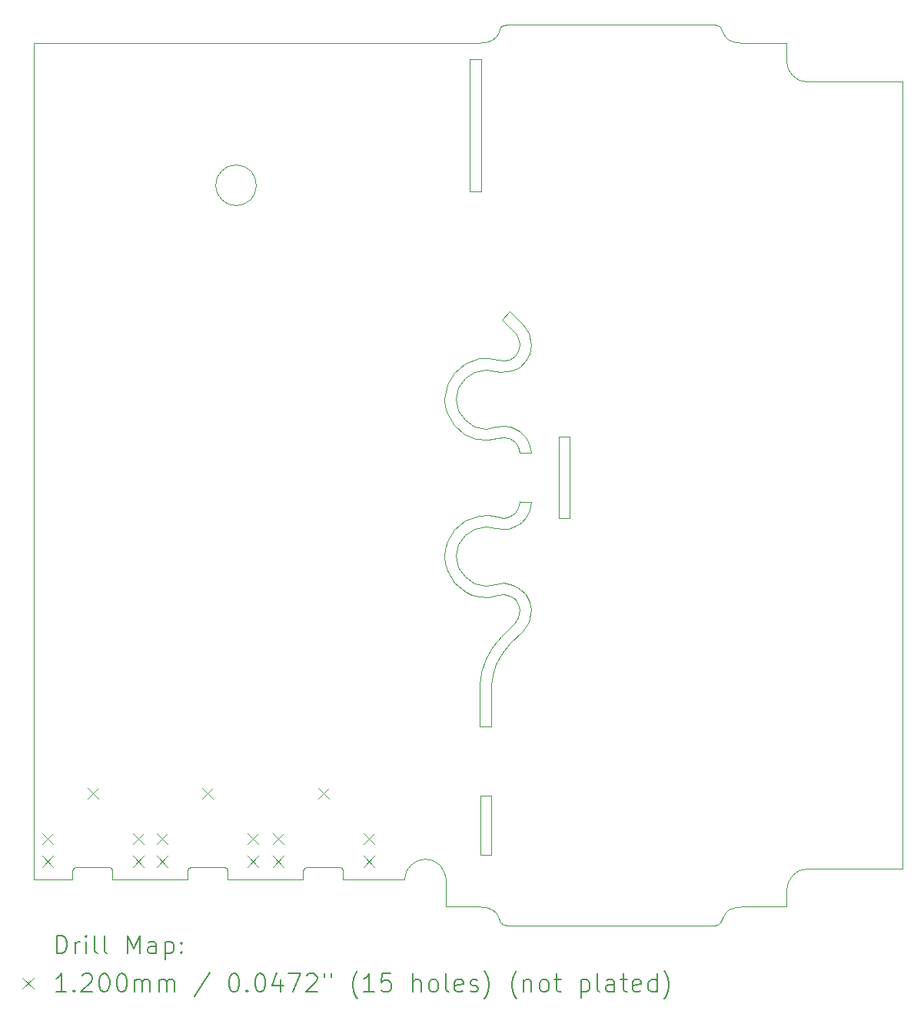
<source format=gbr>
%TF.GenerationSoftware,KiCad,Pcbnew,(6.0.7)*%
%TF.CreationDate,2022-10-04T21:38:49-04:00*%
%TF.ProjectId,mh-custom-v2,6d682d63-7573-4746-9f6d-2d76322e6b69,rev?*%
%TF.SameCoordinates,Original*%
%TF.FileFunction,Drillmap*%
%TF.FilePolarity,Positive*%
%FSLAX45Y45*%
G04 Gerber Fmt 4.5, Leading zero omitted, Abs format (unit mm)*
G04 Created by KiCad (PCBNEW (6.0.7)) date 2022-10-04 21:38:49*
%MOMM*%
%LPD*%
G01*
G04 APERTURE LIST*
%ADD10C,0.000787*%
%ADD11C,0.200000*%
%ADD12C,0.120000*%
G04 APERTURE END LIST*
D10*
X9650380Y-2081729D02*
X8520370Y-2081723D01*
X10780385Y-2081728D02*
X9650380Y-2081729D01*
X10831362Y-2090643D02*
X10780385Y-2081728D01*
X10859991Y-2114147D02*
X10831362Y-2090643D01*
X10890942Y-2185468D02*
X10859991Y-2114147D01*
X10913631Y-2223560D02*
X10890942Y-2185468D01*
X10954709Y-2256790D02*
X10913631Y-2223560D01*
X11024360Y-2280294D02*
X10954709Y-2256790D01*
X11132767Y-2289209D02*
X11024360Y-2280294D01*
X11584266Y-2289209D02*
X11132767Y-2289209D01*
X11584267Y-2489199D02*
X11584266Y-2289209D01*
X11601948Y-2576779D02*
X11584267Y-2489199D01*
X11650167Y-2648297D02*
X11601948Y-2576779D01*
X11721686Y-2696516D02*
X11650167Y-2648297D01*
X11809265Y-2714198D02*
X11721686Y-2696516D01*
X12865423Y-2714198D02*
X11809265Y-2714198D01*
X12865423Y-11385172D02*
X12865423Y-2714198D01*
X11809264Y-11385172D02*
X12865423Y-11385172D01*
X11721685Y-11402854D02*
X11809264Y-11385172D01*
X11650166Y-11451073D02*
X11721685Y-11402854D01*
X11601947Y-11522592D02*
X11650166Y-11451073D01*
X11584266Y-11610171D02*
X11601947Y-11522592D01*
X11584266Y-11799720D02*
X11584266Y-11610171D01*
X11132769Y-11799720D02*
X11584266Y-11799720D01*
X11024362Y-11808635D02*
X11132769Y-11799720D01*
X10954712Y-11832139D02*
X11024362Y-11808635D01*
X10913634Y-11865368D02*
X10954712Y-11832139D01*
X10890944Y-11903460D02*
X10913634Y-11865368D01*
X10859993Y-11974782D02*
X10890944Y-11903460D01*
X10831364Y-11998285D02*
X10859993Y-11974782D01*
X10780387Y-12007200D02*
X10831364Y-11998285D01*
X9650380Y-12007200D02*
X10780387Y-12007200D01*
X8520374Y-12007200D02*
X9650380Y-12007200D01*
X8469397Y-11998285D02*
X8520374Y-12007200D01*
X8440768Y-11974782D02*
X8469397Y-11998285D01*
X8409817Y-11903460D02*
X8440768Y-11974782D01*
X8387127Y-11865368D02*
X8409817Y-11903460D01*
X8346049Y-11832139D02*
X8387127Y-11865368D01*
X8276399Y-11808635D02*
X8346049Y-11832139D01*
X8167992Y-11799720D02*
X8276399Y-11808635D01*
X7831943Y-11799720D02*
X8167992Y-11799720D01*
X7831942Y-11496431D02*
X7831943Y-11799720D01*
X7814315Y-11408689D02*
X7831942Y-11496431D01*
X7766186Y-11337189D02*
X7814315Y-11408689D01*
X7694685Y-11289060D02*
X7766186Y-11337189D01*
X7606943Y-11271433D02*
X7694685Y-11289060D01*
X7519202Y-11289060D02*
X7606943Y-11271433D01*
X7447702Y-11337189D02*
X7519202Y-11289060D01*
X7399572Y-11408689D02*
X7447702Y-11337189D01*
X7381944Y-11496431D02*
X7399572Y-11408689D01*
X7381944Y-11503717D02*
X7381944Y-11496431D01*
X7135134Y-11503717D02*
X7381944Y-11503717D01*
X6705135Y-11503717D02*
X7135134Y-11503717D01*
X6705135Y-11418399D02*
X6705135Y-11503717D01*
X6705133Y-11405481D02*
X6705135Y-11418399D01*
X6693444Y-11377172D02*
X6705133Y-11405481D01*
X6665135Y-11365484D02*
X6693444Y-11377172D01*
X6303613Y-11365483D02*
X6665135Y-11365484D01*
X6275305Y-11377172D02*
X6303613Y-11365483D01*
X6263616Y-11405480D02*
X6275305Y-11377172D01*
X6263616Y-11463720D02*
X6263616Y-11405480D01*
X6263616Y-11503717D02*
X6263616Y-11463720D01*
X5431058Y-11503717D02*
X6263616Y-11503717D01*
X5431058Y-11418399D02*
X5431058Y-11503717D01*
X5431056Y-11405481D02*
X5431058Y-11418399D01*
X5419367Y-11377172D02*
X5431056Y-11405481D01*
X5391058Y-11365484D02*
X5419367Y-11377172D01*
X5029586Y-11365483D02*
X5391058Y-11365484D01*
X5001277Y-11377172D02*
X5029586Y-11365483D01*
X4989589Y-11405480D02*
X5001277Y-11377172D01*
X4989589Y-11463720D02*
X4989589Y-11405480D01*
X4989589Y-11503717D02*
X4989589Y-11463720D01*
X4165142Y-11503717D02*
X4989589Y-11503717D01*
X4165142Y-11463720D02*
X4165142Y-11503717D01*
X4165142Y-11418399D02*
X4165142Y-11463720D01*
X4165142Y-11405481D02*
X4165142Y-11418399D01*
X4153453Y-11377172D02*
X4165142Y-11405481D01*
X4125144Y-11365484D02*
X4153453Y-11377172D01*
X3765116Y-11365483D02*
X4125144Y-11365484D01*
X3736807Y-11377172D02*
X3765116Y-11365483D01*
X3725118Y-11405480D02*
X3736807Y-11377172D01*
X3725118Y-11418399D02*
X3725118Y-11405480D01*
X3725118Y-11463720D02*
X3725118Y-11418399D01*
X3725118Y-11503717D02*
X3725118Y-11463720D01*
X3293776Y-11503717D02*
X3725118Y-11503717D01*
X3293776Y-2289209D02*
X3293776Y-11503717D01*
X8167988Y-2289204D02*
X3293776Y-2289209D01*
X8276395Y-2280289D02*
X8167988Y-2289204D01*
X8346045Y-2256785D02*
X8276395Y-2280289D01*
X8387123Y-2223555D02*
X8346045Y-2256785D01*
X8409813Y-2185463D02*
X8387123Y-2223555D01*
X8440764Y-2114142D02*
X8409813Y-2185463D01*
X8469393Y-2090638D02*
X8440764Y-2114142D01*
X8520370Y-2081723D02*
X8469393Y-2090638D01*
X8098533Y-3923935D02*
X8098527Y-2465678D01*
X8223532Y-3923935D02*
X8098533Y-3923935D01*
X8223532Y-2465678D02*
X8223532Y-3923935D01*
X8098527Y-2465678D02*
X8223532Y-2465678D01*
X8648022Y-7345939D02*
X8648011Y-7337159D01*
X8772201Y-7345939D02*
X8648022Y-7345939D01*
X8772192Y-7346407D02*
X8772201Y-7345939D01*
X8759217Y-7428105D02*
X8772192Y-7346407D01*
X8722506Y-7504852D02*
X8759217Y-7428105D01*
X8665228Y-7569956D02*
X8722506Y-7504852D01*
X8590551Y-7616726D02*
X8665228Y-7569956D01*
X8520151Y-7637600D02*
X8590551Y-7616726D01*
X8468749Y-7642460D02*
X8520151Y-7637600D01*
X8382398Y-7631970D02*
X8468749Y-7642460D01*
X8273722Y-7613263D02*
X8382398Y-7631970D01*
X8147002Y-7638851D02*
X8273722Y-7613263D01*
X8043520Y-7708622D02*
X8147002Y-7638851D01*
X7973749Y-7812104D02*
X8043520Y-7708622D01*
X7948162Y-7938825D02*
X7973749Y-7812104D01*
X7973750Y-8065543D02*
X7948162Y-7938825D01*
X8043521Y-8169025D02*
X7973750Y-8065543D01*
X8147002Y-8238797D02*
X8043521Y-8169025D01*
X8273722Y-8264385D02*
X8147002Y-8238797D01*
X8382398Y-8245626D02*
X8273722Y-8264385D01*
X8468749Y-8235239D02*
X8382398Y-8245626D01*
X8574324Y-8254205D02*
X8468749Y-8235239D01*
X8652754Y-8297130D02*
X8574324Y-8254205D01*
X8715484Y-8363797D02*
X8652754Y-8297130D01*
X8757089Y-8444113D02*
X8715484Y-8363797D01*
X8772141Y-8527986D02*
X8757089Y-8444113D01*
X8747691Y-8667290D02*
X8772141Y-8527986D01*
X8683309Y-8763992D02*
X8747691Y-8667290D01*
X8539443Y-8903002D02*
X8683309Y-8763992D01*
X8453851Y-9009216D02*
X8539443Y-8903002D01*
X8389104Y-9128385D02*
X8453851Y-9009216D01*
X8348509Y-9248537D02*
X8389104Y-9128385D01*
X8335372Y-9357702D02*
X8348509Y-9248537D01*
X8335072Y-9812454D02*
X8335372Y-9357702D01*
X8210018Y-9812455D02*
X8335072Y-9812454D01*
X8210318Y-9358891D02*
X8210018Y-9812455D01*
X8229234Y-9213766D02*
X8210318Y-9358891D01*
X8277313Y-9070658D02*
X8229234Y-9213766D01*
X8352382Y-8935305D02*
X8277313Y-9070658D01*
X8452268Y-8813448D02*
X8352382Y-8935305D01*
X8595566Y-8673922D02*
X8452268Y-8813448D01*
X8595766Y-8674022D02*
X8595566Y-8673922D01*
X8634942Y-8612915D02*
X8595766Y-8674022D01*
X8648166Y-8531085D02*
X8634942Y-8612915D01*
X8634593Y-8468654D02*
X8648166Y-8531085D01*
X8596135Y-8413543D02*
X8634593Y-8468654D01*
X8538863Y-8374246D02*
X8596135Y-8413543D01*
X8468849Y-8359261D02*
X8538863Y-8374246D01*
X8415777Y-8367426D02*
X8468849Y-8359261D01*
X8303381Y-8389544D02*
X8415777Y-8367426D01*
X8206797Y-8385617D02*
X8303381Y-8389544D01*
X8206849Y-8385517D02*
X8206797Y-8385617D01*
X8126819Y-8365974D02*
X8206849Y-8385517D01*
X8053424Y-8333174D02*
X8126819Y-8365974D01*
X7931514Y-8233573D02*
X8053424Y-8333174D01*
X7851064Y-8098259D02*
X7931514Y-8233573D01*
X7829493Y-8020817D02*
X7851064Y-8098259D01*
X7822016Y-7938775D02*
X7829493Y-8020817D01*
X7829534Y-7856810D02*
X7822016Y-7938775D01*
X7851136Y-7779555D02*
X7829534Y-7856810D01*
X7931187Y-7644749D02*
X7851136Y-7779555D01*
X8051363Y-7545517D02*
X7931187Y-7644749D01*
X8200855Y-7493015D02*
X8051363Y-7545517D01*
X8305603Y-7488261D02*
X8200855Y-7493015D01*
X8406165Y-7506864D02*
X8305603Y-7488261D01*
X8468849Y-7518336D02*
X8406165Y-7506864D01*
X8538832Y-7504356D02*
X8468849Y-7518336D01*
X8596053Y-7465956D02*
X8538832Y-7504356D01*
X8634463Y-7408452D02*
X8596053Y-7465956D01*
X8648011Y-7337159D02*
X8634463Y-7408452D01*
X8683308Y-5384979D02*
X8539542Y-5245973D01*
X8748289Y-5482461D02*
X8683308Y-5384979D01*
X8772243Y-5620571D02*
X8748289Y-5482461D01*
X8756458Y-5705940D02*
X8772243Y-5620571D01*
X8712534Y-5789162D02*
X8756458Y-5705940D01*
X8645716Y-5857774D02*
X8712534Y-5789162D01*
X8561249Y-5899314D02*
X8645716Y-5857774D01*
X8439530Y-5914434D02*
X8561249Y-5899314D01*
X8382500Y-5903345D02*
X8439530Y-5914434D01*
X8273825Y-5884586D02*
X8382500Y-5903345D01*
X8147105Y-5910174D02*
X8273825Y-5884586D01*
X8043623Y-5979946D02*
X8147105Y-5910174D01*
X7973852Y-6083427D02*
X8043623Y-5979946D01*
X7948264Y-6210146D02*
X7973852Y-6083427D01*
X7973851Y-6336867D02*
X7948264Y-6210146D01*
X8043622Y-6440348D02*
X7973851Y-6336867D01*
X8147104Y-6510119D02*
X8043622Y-6440348D01*
X8273825Y-6535707D02*
X8147104Y-6510119D01*
X8382500Y-6517000D02*
X8273825Y-6535707D01*
X8468852Y-6506510D02*
X8382500Y-6517000D01*
X8543937Y-6516638D02*
X8468852Y-6506510D01*
X8652652Y-6568907D02*
X8543937Y-6516638D01*
X8722848Y-6643481D02*
X8652652Y-6568907D01*
X8760652Y-6725236D02*
X8722848Y-6643481D01*
X8772191Y-6799050D02*
X8760652Y-6725236D01*
X8648011Y-6799054D02*
X8772191Y-6799050D01*
X8634547Y-6735772D02*
X8648011Y-6799054D01*
X8596128Y-6681987D02*
X8634547Y-6735772D01*
X8538860Y-6644631D02*
X8596128Y-6681987D01*
X8468849Y-6630640D02*
X8538860Y-6644631D01*
X8406165Y-6642112D02*
X8468849Y-6630640D01*
X8305603Y-6660716D02*
X8406165Y-6642112D01*
X8166231Y-6648882D02*
X8305603Y-6660716D01*
X8039317Y-6596380D02*
X8166231Y-6648882D01*
X7929136Y-6499704D02*
X8039317Y-6596380D01*
X7851449Y-6367947D02*
X7929136Y-6499704D01*
X7829715Y-6291754D02*
X7851449Y-6367947D01*
X7822016Y-6210202D02*
X7829715Y-6291754D01*
X7850445Y-6051353D02*
X7822016Y-6210202D01*
X7929455Y-5917163D02*
X7850445Y-6051353D01*
X8049727Y-5818001D02*
X7929455Y-5917163D01*
X8201940Y-5764235D02*
X8049727Y-5818001D01*
X8303381Y-5759429D02*
X8201940Y-5764235D01*
X8415777Y-5781546D02*
X8303381Y-5759429D01*
X8468849Y-5789711D02*
X8415777Y-5781546D01*
X8538643Y-5775948D02*
X8468849Y-5789711D01*
X8595567Y-5738047D02*
X8538643Y-5775948D01*
X8634012Y-5681097D02*
X8595567Y-5738047D01*
X8648373Y-5610187D02*
X8634012Y-5681097D01*
X8633835Y-5533155D02*
X8648373Y-5610187D01*
X8605740Y-5486061D02*
X8633835Y-5533155D01*
X8452261Y-5335528D02*
X8605740Y-5486061D01*
X8539542Y-5245973D02*
X8452261Y-5335528D01*
X5522618Y-3627006D02*
X5522618Y-3627006D01*
X5435038Y-3644687D02*
X5522618Y-3627006D01*
X5363520Y-3692906D02*
X5435038Y-3644687D01*
X5315301Y-3764425D02*
X5363520Y-3692906D01*
X5297619Y-3852005D02*
X5315301Y-3764425D01*
X5315301Y-3939584D02*
X5297619Y-3852005D01*
X5363520Y-4011102D02*
X5315301Y-3939584D01*
X5435038Y-4059322D02*
X5363520Y-4011102D01*
X5522618Y-4077003D02*
X5435038Y-4059322D01*
X5610197Y-4059322D02*
X5522618Y-4077003D01*
X5681715Y-4011102D02*
X5610197Y-4059322D01*
X5729935Y-3939584D02*
X5681715Y-4011102D01*
X5747616Y-3852005D02*
X5729935Y-3939584D01*
X5729935Y-3764425D02*
X5747616Y-3852005D01*
X5681715Y-3692906D02*
X5729935Y-3764425D01*
X5610197Y-3644687D02*
X5681715Y-3692906D01*
X5522618Y-3627006D02*
X5610197Y-3644687D01*
X8214552Y-11230493D02*
X8214551Y-10576432D01*
X8339552Y-11230493D02*
X8214552Y-11230493D01*
X8339552Y-10576442D02*
X8339552Y-11230493D01*
X8214551Y-10576432D02*
X8339552Y-10576442D01*
X9077701Y-7517558D02*
X9077701Y-6627690D01*
X9202710Y-7517558D02*
X9077701Y-7517558D01*
X9202710Y-6627690D02*
X9202710Y-7517558D01*
X9077701Y-6627690D02*
X9202710Y-6627690D01*
D11*
D12*
X3388000Y-10991700D02*
X3508000Y-11111700D01*
X3508000Y-10991700D02*
X3388000Y-11111700D01*
X3388000Y-11241700D02*
X3508000Y-11361700D01*
X3508000Y-11241700D02*
X3388000Y-11361700D01*
X3888000Y-10491700D02*
X4008000Y-10611700D01*
X4008000Y-10491700D02*
X3888000Y-10611700D01*
X4388000Y-10991700D02*
X4508000Y-11111700D01*
X4508000Y-10991700D02*
X4388000Y-11111700D01*
X4388000Y-11241700D02*
X4508000Y-11361700D01*
X4508000Y-11241700D02*
X4388000Y-11361700D01*
X4653950Y-10991700D02*
X4773950Y-11111700D01*
X4773950Y-10991700D02*
X4653950Y-11111700D01*
X4653950Y-11241700D02*
X4773950Y-11361700D01*
X4773950Y-11241700D02*
X4653950Y-11361700D01*
X5153950Y-10491700D02*
X5273950Y-10611700D01*
X5273950Y-10491700D02*
X5153950Y-10611700D01*
X5653950Y-10991700D02*
X5773950Y-11111700D01*
X5773950Y-10991700D02*
X5653950Y-11111700D01*
X5653950Y-11241700D02*
X5773950Y-11361700D01*
X5773950Y-11241700D02*
X5653950Y-11361700D01*
X5928000Y-10991700D02*
X6048000Y-11111700D01*
X6048000Y-10991700D02*
X5928000Y-11111700D01*
X5928000Y-11241700D02*
X6048000Y-11361700D01*
X6048000Y-11241700D02*
X5928000Y-11361700D01*
X6428000Y-10491700D02*
X6548000Y-10611700D01*
X6548000Y-10491700D02*
X6428000Y-10611700D01*
X6928000Y-10991700D02*
X7048000Y-11111700D01*
X7048000Y-10991700D02*
X6928000Y-11111700D01*
X6928000Y-11241700D02*
X7048000Y-11361700D01*
X7048000Y-11241700D02*
X6928000Y-11361700D01*
D11*
X3551356Y-12317716D02*
X3551356Y-12117716D01*
X3598975Y-12117716D01*
X3627546Y-12127240D01*
X3646594Y-12146287D01*
X3656118Y-12165335D01*
X3665642Y-12203430D01*
X3665642Y-12232002D01*
X3656118Y-12270097D01*
X3646594Y-12289144D01*
X3627546Y-12308192D01*
X3598975Y-12317716D01*
X3551356Y-12317716D01*
X3751356Y-12317716D02*
X3751356Y-12184382D01*
X3751356Y-12222478D02*
X3760880Y-12203430D01*
X3770403Y-12193906D01*
X3789451Y-12184382D01*
X3808499Y-12184382D01*
X3875165Y-12317716D02*
X3875165Y-12184382D01*
X3875165Y-12117716D02*
X3865642Y-12127240D01*
X3875165Y-12136763D01*
X3884689Y-12127240D01*
X3875165Y-12117716D01*
X3875165Y-12136763D01*
X3998975Y-12317716D02*
X3979927Y-12308192D01*
X3970403Y-12289144D01*
X3970403Y-12117716D01*
X4103737Y-12317716D02*
X4084689Y-12308192D01*
X4075165Y-12289144D01*
X4075165Y-12117716D01*
X4332308Y-12317716D02*
X4332308Y-12117716D01*
X4398975Y-12260573D01*
X4465642Y-12117716D01*
X4465642Y-12317716D01*
X4646594Y-12317716D02*
X4646594Y-12212954D01*
X4637070Y-12193906D01*
X4618023Y-12184382D01*
X4579927Y-12184382D01*
X4560880Y-12193906D01*
X4646594Y-12308192D02*
X4627546Y-12317716D01*
X4579927Y-12317716D01*
X4560880Y-12308192D01*
X4551356Y-12289144D01*
X4551356Y-12270097D01*
X4560880Y-12251049D01*
X4579927Y-12241525D01*
X4627546Y-12241525D01*
X4646594Y-12232002D01*
X4741832Y-12184382D02*
X4741832Y-12384382D01*
X4741832Y-12193906D02*
X4760880Y-12184382D01*
X4798975Y-12184382D01*
X4818023Y-12193906D01*
X4827546Y-12203430D01*
X4837070Y-12222478D01*
X4837070Y-12279621D01*
X4827546Y-12298668D01*
X4818023Y-12308192D01*
X4798975Y-12317716D01*
X4760880Y-12317716D01*
X4741832Y-12308192D01*
X4922785Y-12298668D02*
X4932308Y-12308192D01*
X4922785Y-12317716D01*
X4913261Y-12308192D01*
X4922785Y-12298668D01*
X4922785Y-12317716D01*
X4922785Y-12193906D02*
X4932308Y-12203430D01*
X4922785Y-12212954D01*
X4913261Y-12203430D01*
X4922785Y-12193906D01*
X4922785Y-12212954D01*
D12*
X3173737Y-12587240D02*
X3293737Y-12707240D01*
X3293737Y-12587240D02*
X3173737Y-12707240D01*
D11*
X3656118Y-12737716D02*
X3541832Y-12737716D01*
X3598975Y-12737716D02*
X3598975Y-12537716D01*
X3579927Y-12566287D01*
X3560880Y-12585335D01*
X3541832Y-12594859D01*
X3741832Y-12718668D02*
X3751356Y-12728192D01*
X3741832Y-12737716D01*
X3732308Y-12728192D01*
X3741832Y-12718668D01*
X3741832Y-12737716D01*
X3827546Y-12556763D02*
X3837070Y-12547240D01*
X3856118Y-12537716D01*
X3903737Y-12537716D01*
X3922784Y-12547240D01*
X3932308Y-12556763D01*
X3941832Y-12575811D01*
X3941832Y-12594859D01*
X3932308Y-12623430D01*
X3818023Y-12737716D01*
X3941832Y-12737716D01*
X4065642Y-12537716D02*
X4084689Y-12537716D01*
X4103737Y-12547240D01*
X4113261Y-12556763D01*
X4122784Y-12575811D01*
X4132308Y-12613906D01*
X4132308Y-12661525D01*
X4122784Y-12699621D01*
X4113261Y-12718668D01*
X4103737Y-12728192D01*
X4084689Y-12737716D01*
X4065642Y-12737716D01*
X4046594Y-12728192D01*
X4037070Y-12718668D01*
X4027546Y-12699621D01*
X4018023Y-12661525D01*
X4018023Y-12613906D01*
X4027546Y-12575811D01*
X4037070Y-12556763D01*
X4046594Y-12547240D01*
X4065642Y-12537716D01*
X4256118Y-12537716D02*
X4275165Y-12537716D01*
X4294213Y-12547240D01*
X4303737Y-12556763D01*
X4313261Y-12575811D01*
X4322785Y-12613906D01*
X4322785Y-12661525D01*
X4313261Y-12699621D01*
X4303737Y-12718668D01*
X4294213Y-12728192D01*
X4275165Y-12737716D01*
X4256118Y-12737716D01*
X4237070Y-12728192D01*
X4227546Y-12718668D01*
X4218023Y-12699621D01*
X4208499Y-12661525D01*
X4208499Y-12613906D01*
X4218023Y-12575811D01*
X4227546Y-12556763D01*
X4237070Y-12547240D01*
X4256118Y-12537716D01*
X4408499Y-12737716D02*
X4408499Y-12604382D01*
X4408499Y-12623430D02*
X4418023Y-12613906D01*
X4437070Y-12604382D01*
X4465642Y-12604382D01*
X4484689Y-12613906D01*
X4494213Y-12632954D01*
X4494213Y-12737716D01*
X4494213Y-12632954D02*
X4503737Y-12613906D01*
X4522785Y-12604382D01*
X4551356Y-12604382D01*
X4570404Y-12613906D01*
X4579927Y-12632954D01*
X4579927Y-12737716D01*
X4675165Y-12737716D02*
X4675165Y-12604382D01*
X4675165Y-12623430D02*
X4684689Y-12613906D01*
X4703737Y-12604382D01*
X4732308Y-12604382D01*
X4751356Y-12613906D01*
X4760880Y-12632954D01*
X4760880Y-12737716D01*
X4760880Y-12632954D02*
X4770404Y-12613906D01*
X4789451Y-12604382D01*
X4818023Y-12604382D01*
X4837070Y-12613906D01*
X4846594Y-12632954D01*
X4846594Y-12737716D01*
X5237070Y-12528192D02*
X5065642Y-12785335D01*
X5494213Y-12537716D02*
X5513261Y-12537716D01*
X5532308Y-12547240D01*
X5541832Y-12556763D01*
X5551356Y-12575811D01*
X5560880Y-12613906D01*
X5560880Y-12661525D01*
X5551356Y-12699621D01*
X5541832Y-12718668D01*
X5532308Y-12728192D01*
X5513261Y-12737716D01*
X5494213Y-12737716D01*
X5475165Y-12728192D01*
X5465642Y-12718668D01*
X5456118Y-12699621D01*
X5446594Y-12661525D01*
X5446594Y-12613906D01*
X5456118Y-12575811D01*
X5465642Y-12556763D01*
X5475165Y-12547240D01*
X5494213Y-12537716D01*
X5646594Y-12718668D02*
X5656118Y-12728192D01*
X5646594Y-12737716D01*
X5637070Y-12728192D01*
X5646594Y-12718668D01*
X5646594Y-12737716D01*
X5779927Y-12537716D02*
X5798975Y-12537716D01*
X5818023Y-12547240D01*
X5827546Y-12556763D01*
X5837070Y-12575811D01*
X5846594Y-12613906D01*
X5846594Y-12661525D01*
X5837070Y-12699621D01*
X5827546Y-12718668D01*
X5818023Y-12728192D01*
X5798975Y-12737716D01*
X5779927Y-12737716D01*
X5760880Y-12728192D01*
X5751356Y-12718668D01*
X5741832Y-12699621D01*
X5732308Y-12661525D01*
X5732308Y-12613906D01*
X5741832Y-12575811D01*
X5751356Y-12556763D01*
X5760880Y-12547240D01*
X5779927Y-12537716D01*
X6018023Y-12604382D02*
X6018023Y-12737716D01*
X5970403Y-12528192D02*
X5922784Y-12671049D01*
X6046594Y-12671049D01*
X6103737Y-12537716D02*
X6237070Y-12537716D01*
X6151356Y-12737716D01*
X6303737Y-12556763D02*
X6313261Y-12547240D01*
X6332308Y-12537716D01*
X6379927Y-12537716D01*
X6398975Y-12547240D01*
X6408499Y-12556763D01*
X6418023Y-12575811D01*
X6418023Y-12594859D01*
X6408499Y-12623430D01*
X6294213Y-12737716D01*
X6418023Y-12737716D01*
X6494213Y-12537716D02*
X6494213Y-12575811D01*
X6570403Y-12537716D02*
X6570403Y-12575811D01*
X6865642Y-12813906D02*
X6856118Y-12804382D01*
X6837070Y-12775811D01*
X6827546Y-12756763D01*
X6818023Y-12728192D01*
X6808499Y-12680573D01*
X6808499Y-12642478D01*
X6818023Y-12594859D01*
X6827546Y-12566287D01*
X6837070Y-12547240D01*
X6856118Y-12518668D01*
X6865642Y-12509144D01*
X7046594Y-12737716D02*
X6932308Y-12737716D01*
X6989451Y-12737716D02*
X6989451Y-12537716D01*
X6970403Y-12566287D01*
X6951356Y-12585335D01*
X6932308Y-12594859D01*
X7227546Y-12537716D02*
X7132308Y-12537716D01*
X7122784Y-12632954D01*
X7132308Y-12623430D01*
X7151356Y-12613906D01*
X7198975Y-12613906D01*
X7218023Y-12623430D01*
X7227546Y-12632954D01*
X7237070Y-12652002D01*
X7237070Y-12699621D01*
X7227546Y-12718668D01*
X7218023Y-12728192D01*
X7198975Y-12737716D01*
X7151356Y-12737716D01*
X7132308Y-12728192D01*
X7122784Y-12718668D01*
X7475165Y-12737716D02*
X7475165Y-12537716D01*
X7560880Y-12737716D02*
X7560880Y-12632954D01*
X7551356Y-12613906D01*
X7532308Y-12604382D01*
X7503737Y-12604382D01*
X7484689Y-12613906D01*
X7475165Y-12623430D01*
X7684689Y-12737716D02*
X7665642Y-12728192D01*
X7656118Y-12718668D01*
X7646594Y-12699621D01*
X7646594Y-12642478D01*
X7656118Y-12623430D01*
X7665642Y-12613906D01*
X7684689Y-12604382D01*
X7713261Y-12604382D01*
X7732308Y-12613906D01*
X7741832Y-12623430D01*
X7751356Y-12642478D01*
X7751356Y-12699621D01*
X7741832Y-12718668D01*
X7732308Y-12728192D01*
X7713261Y-12737716D01*
X7684689Y-12737716D01*
X7865642Y-12737716D02*
X7846594Y-12728192D01*
X7837070Y-12709144D01*
X7837070Y-12537716D01*
X8018023Y-12728192D02*
X7998975Y-12737716D01*
X7960880Y-12737716D01*
X7941832Y-12728192D01*
X7932308Y-12709144D01*
X7932308Y-12632954D01*
X7941832Y-12613906D01*
X7960880Y-12604382D01*
X7998975Y-12604382D01*
X8018023Y-12613906D01*
X8027546Y-12632954D01*
X8027546Y-12652002D01*
X7932308Y-12671049D01*
X8103737Y-12728192D02*
X8122784Y-12737716D01*
X8160880Y-12737716D01*
X8179927Y-12728192D01*
X8189451Y-12709144D01*
X8189451Y-12699621D01*
X8179927Y-12680573D01*
X8160880Y-12671049D01*
X8132308Y-12671049D01*
X8113261Y-12661525D01*
X8103737Y-12642478D01*
X8103737Y-12632954D01*
X8113261Y-12613906D01*
X8132308Y-12604382D01*
X8160880Y-12604382D01*
X8179927Y-12613906D01*
X8256118Y-12813906D02*
X8265642Y-12804382D01*
X8284689Y-12775811D01*
X8294213Y-12756763D01*
X8303737Y-12728192D01*
X8313261Y-12680573D01*
X8313261Y-12642478D01*
X8303737Y-12594859D01*
X8294213Y-12566287D01*
X8284689Y-12547240D01*
X8265642Y-12518668D01*
X8256118Y-12509144D01*
X8618023Y-12813906D02*
X8608499Y-12804382D01*
X8589451Y-12775811D01*
X8579927Y-12756763D01*
X8570404Y-12728192D01*
X8560880Y-12680573D01*
X8560880Y-12642478D01*
X8570404Y-12594859D01*
X8579927Y-12566287D01*
X8589451Y-12547240D01*
X8608499Y-12518668D01*
X8618023Y-12509144D01*
X8694213Y-12604382D02*
X8694213Y-12737716D01*
X8694213Y-12623430D02*
X8703737Y-12613906D01*
X8722785Y-12604382D01*
X8751356Y-12604382D01*
X8770404Y-12613906D01*
X8779927Y-12632954D01*
X8779927Y-12737716D01*
X8903737Y-12737716D02*
X8884689Y-12728192D01*
X8875165Y-12718668D01*
X8865642Y-12699621D01*
X8865642Y-12642478D01*
X8875165Y-12623430D01*
X8884689Y-12613906D01*
X8903737Y-12604382D01*
X8932308Y-12604382D01*
X8951356Y-12613906D01*
X8960880Y-12623430D01*
X8970404Y-12642478D01*
X8970404Y-12699621D01*
X8960880Y-12718668D01*
X8951356Y-12728192D01*
X8932308Y-12737716D01*
X8903737Y-12737716D01*
X9027546Y-12604382D02*
X9103737Y-12604382D01*
X9056118Y-12537716D02*
X9056118Y-12709144D01*
X9065642Y-12728192D01*
X9084689Y-12737716D01*
X9103737Y-12737716D01*
X9322785Y-12604382D02*
X9322785Y-12804382D01*
X9322785Y-12613906D02*
X9341832Y-12604382D01*
X9379927Y-12604382D01*
X9398975Y-12613906D01*
X9408499Y-12623430D01*
X9418023Y-12642478D01*
X9418023Y-12699621D01*
X9408499Y-12718668D01*
X9398975Y-12728192D01*
X9379927Y-12737716D01*
X9341832Y-12737716D01*
X9322785Y-12728192D01*
X9532308Y-12737716D02*
X9513261Y-12728192D01*
X9503737Y-12709144D01*
X9503737Y-12537716D01*
X9694213Y-12737716D02*
X9694213Y-12632954D01*
X9684689Y-12613906D01*
X9665642Y-12604382D01*
X9627546Y-12604382D01*
X9608499Y-12613906D01*
X9694213Y-12728192D02*
X9675165Y-12737716D01*
X9627546Y-12737716D01*
X9608499Y-12728192D01*
X9598975Y-12709144D01*
X9598975Y-12690097D01*
X9608499Y-12671049D01*
X9627546Y-12661525D01*
X9675165Y-12661525D01*
X9694213Y-12652002D01*
X9760880Y-12604382D02*
X9837070Y-12604382D01*
X9789451Y-12537716D02*
X9789451Y-12709144D01*
X9798975Y-12728192D01*
X9818023Y-12737716D01*
X9837070Y-12737716D01*
X9979927Y-12728192D02*
X9960880Y-12737716D01*
X9922785Y-12737716D01*
X9903737Y-12728192D01*
X9894213Y-12709144D01*
X9894213Y-12632954D01*
X9903737Y-12613906D01*
X9922785Y-12604382D01*
X9960880Y-12604382D01*
X9979927Y-12613906D01*
X9989451Y-12632954D01*
X9989451Y-12652002D01*
X9894213Y-12671049D01*
X10160880Y-12737716D02*
X10160880Y-12537716D01*
X10160880Y-12728192D02*
X10141832Y-12737716D01*
X10103737Y-12737716D01*
X10084689Y-12728192D01*
X10075165Y-12718668D01*
X10065642Y-12699621D01*
X10065642Y-12642478D01*
X10075165Y-12623430D01*
X10084689Y-12613906D01*
X10103737Y-12604382D01*
X10141832Y-12604382D01*
X10160880Y-12613906D01*
X10237070Y-12813906D02*
X10246594Y-12804382D01*
X10265642Y-12775811D01*
X10275165Y-12756763D01*
X10284689Y-12728192D01*
X10294213Y-12680573D01*
X10294213Y-12642478D01*
X10284689Y-12594859D01*
X10275165Y-12566287D01*
X10265642Y-12547240D01*
X10246594Y-12518668D01*
X10237070Y-12509144D01*
M02*

</source>
